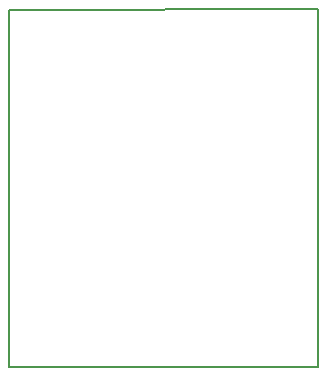
<source format=gm1>
G04 #@! TF.FileFunction,Profile,NP*
%FSLAX46Y46*%
G04 Gerber Fmt 4.6, Leading zero omitted, Abs format (unit mm)*
G04 Created by KiCad (PCBNEW 4.0.1-3.201512221402+6198~38~ubuntu14.04.1-stable) date Sun 07 Feb 2016 08:00:25 PM PST*
%MOMM*%
G01*
G04 APERTURE LIST*
%ADD10C,0.100000*%
%ADD11C,0.150000*%
G04 APERTURE END LIST*
D10*
D11*
X152349200Y-126085600D02*
X152349200Y-95859600D01*
X178511200Y-126136400D02*
X152349200Y-126136400D01*
X178511200Y-95834200D02*
X178511200Y-126136400D01*
X152349200Y-95859600D02*
X178511200Y-95834200D01*
M02*

</source>
